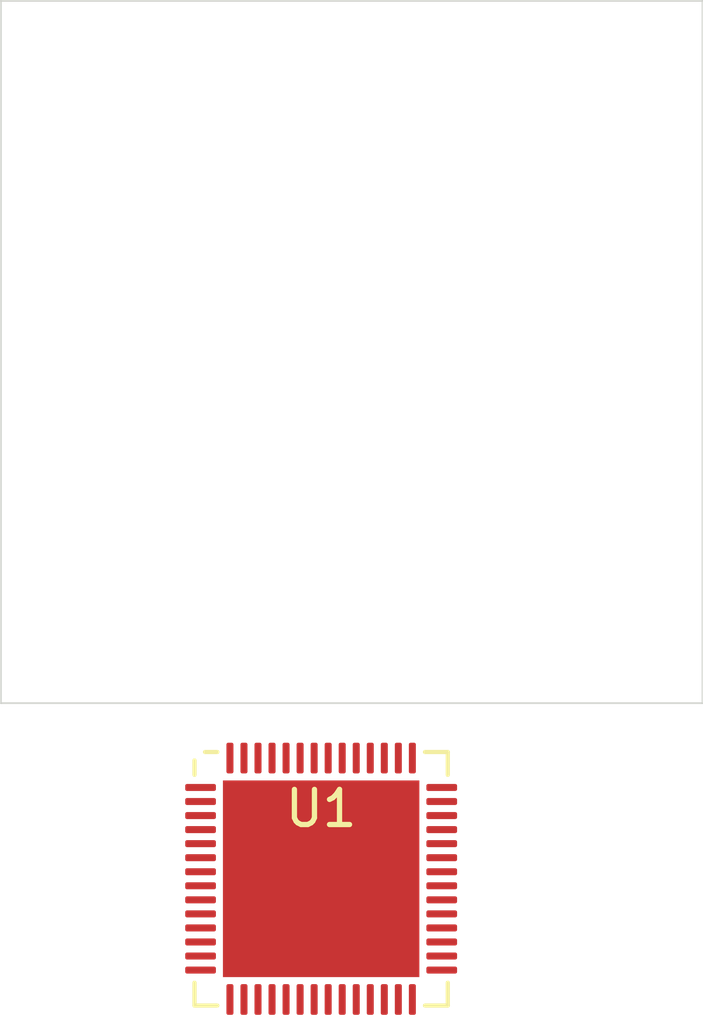
<source format=kicad_pcb>
(kicad_pcb (version 20241229) (generator "pcbnew") (generator_version "9.0")
  (layers (0 "F.Cu" signal) (2 "B.Cu" signal) (13 "F.Paste" user) (15 "B.Paste" user) (5 "F.SilkS" user "F.Silkscreen") (7 "B.SilkS" user "B.Silkscreen") (1 "F.Mask" user) (3 "B.Mask" user) (25 "Edge.Cuts" user))
  (net 0 "")
  (net 1 "VCC_3V3")
  (net 2 "SCL_IMU")
  (net 3 "SDA_IMU")
  (net 4 "USB_DM")
  (net 5 "USB_DP")
  (net 6 "GND")
  (net 7 "VCC_5V")
  (footprint "Package_DFN_QFN:QFN-56-1EP_7x7mm_P0.4mm_EP5.6x5.6mm" (layer "F.Cu") (at 9.130000000000003 25.0)
    (property "Reference" "U1" (at 0 -2 0) (layer "F.SilkS") (effects (font (size 1.0 1.0))))
    (property "Value" "")
    (fp_line (start -3.61 -2.96) (end -3.61 -3.37) (stroke (width 0.12)) (layer "F.SilkS"))
    (fp_line (start -3.61 3.61) (end -3.61 2.96) (stroke (width 0.12)) (layer "F.SilkS"))
    (fp_line (start -2.96 -3.61) (end -3.31 -3.61) (stroke (width 0.12)) (layer "F.SilkS"))
    (fp_line (start -2.96 3.61) (end -3.61 3.61) (stroke (width 0.12)) (layer "F.SilkS"))
    (fp_line (start 2.96 -3.61) (end 3.61 -3.61) (stroke (width 0.12)) (layer "F.SilkS"))
    (fp_line (start 2.96 3.61) (end 3.61 3.61) (stroke (width 0.12)) (layer "F.SilkS"))
    (fp_line (start 3.61 -3.61) (end 3.61 -2.96) (stroke (width 0.12)) (layer "F.SilkS"))
    (fp_line (start 3.61 3.61) (end 3.61 2.96) (stroke (width 0.12)) (layer "F.SilkS"))
    (pad "1" smd roundrect (at -3.4375 -2.6) (size 0.875 0.2) (layers "F.Cu" "F.Paste" "F.Mask"))
    (pad "2" smd roundrect (at -3.4375 -2.2) (size 0.875 0.2) (layers "F.Cu" "F.Paste" "F.Mask") (net 1 "VCC_3V3"))
    (pad "3" smd roundrect (at -3.4375 -1.8) (size 0.875 0.2) (layers "F.Cu" "F.Paste" "F.Mask") (net 1 "VCC_3V3"))
    (pad "4" smd roundrect (at -3.4375 -1.4) (size 0.875 0.2) (layers "F.Cu" "F.Paste" "F.Mask"))
    (pad "5" smd roundrect (at -3.4375 -1.0) (size 0.875 0.2) (layers "F.Cu" "F.Paste" "F.Mask"))
    (pad "6" smd roundrect (at -3.4375 -0.6) (size 0.875 0.2) (layers "F.Cu" "F.Paste" "F.Mask"))
    (pad "7" smd roundrect (at -3.4375 -0.2) (size 0.875 0.2) (layers "F.Cu" "F.Paste" "F.Mask"))
    (pad "8" smd roundrect (at -3.4375 0.2) (size 0.875 0.2) (layers "F.Cu" "F.Paste" "F.Mask"))
    (pad "9" smd roundrect (at -3.4375 0.6) (size 0.875 0.2) (layers "F.Cu" "F.Paste" "F.Mask"))
    (pad "10" smd roundrect (at -3.4375 1.0) (size 0.875 0.2) (layers "F.Cu" "F.Paste" "F.Mask"))
    (pad "11" smd roundrect (at -3.4375 1.4) (size 0.875 0.2) (layers "F.Cu" "F.Paste" "F.Mask"))
    (pad "12" smd roundrect (at -3.4375 1.8) (size 0.875 0.2) (layers "F.Cu" "F.Paste" "F.Mask"))
    (pad "13" smd roundrect (at -3.4375 2.2) (size 0.875 0.2) (layers "F.Cu" "F.Paste" "F.Mask") (net 2 "SCL_IMU"))
    (pad "14" smd roundrect (at -3.4375 2.6) (size 0.875 0.2) (layers "F.Cu" "F.Paste" "F.Mask") (net 3 "SDA_IMU"))
    (pad "15" smd roundrect (at -2.6 3.4375) (size 0.2 0.875) (layers "F.Cu" "F.Paste" "F.Mask"))
    (pad "16" smd roundrect (at -2.2 3.4375) (size 0.2 0.875) (layers "F.Cu" "F.Paste" "F.Mask"))
    (pad "17" smd roundrect (at -1.8 3.4375) (size 0.2 0.875) (layers "F.Cu" "F.Paste" "F.Mask"))
    (pad "18" smd roundrect (at -1.4 3.4375) (size 0.2 0.875) (layers "F.Cu" "F.Paste" "F.Mask"))
    (pad "19" smd roundrect (at -1.0 3.4375) (size 0.2 0.875) (layers "F.Cu" "F.Paste" "F.Mask"))
    (pad "20" smd roundrect (at -0.6 3.4375) (size 0.2 0.875) (layers "F.Cu" "F.Paste" "F.Mask") (net 1 "VCC_3V3"))
    (pad "21" smd roundrect (at -0.2 3.4375) (size 0.2 0.875) (layers "F.Cu" "F.Paste" "F.Mask"))
    (pad "22" smd roundrect (at 0.2 3.4375) (size 0.2 0.875) (layers "F.Cu" "F.Paste" "F.Mask"))
    (pad "23" smd roundrect (at 0.6 3.4375) (size 0.2 0.875) (layers "F.Cu" "F.Paste" "F.Mask"))
    (pad "24" smd roundrect (at 1.0 3.4375) (size 0.2 0.875) (layers "F.Cu" "F.Paste" "F.Mask"))
    (pad "25" smd roundrect (at 1.4 3.4375) (size 0.2 0.875) (layers "F.Cu" "F.Paste" "F.Mask") (net 4 "USB_DM"))
    (pad "26" smd roundrect (at 1.8 3.4375) (size 0.2 0.875) (layers "F.Cu" "F.Paste" "F.Mask") (net 5 "USB_DP"))
    (pad "27" smd roundrect (at 2.2 3.4375) (size 0.2 0.875) (layers "F.Cu" "F.Paste" "F.Mask"))
    (pad "28" smd roundrect (at 2.6 3.4375) (size 0.2 0.875) (layers "F.Cu" "F.Paste" "F.Mask"))
    (pad "29" smd roundrect (at 3.4375 2.6) (size 0.875 0.2) (layers "F.Cu" "F.Paste" "F.Mask") (net 1 "VCC_3V3"))
    (pad "30" smd roundrect (at 3.4375 2.2) (size 0.875 0.2) (layers "F.Cu" "F.Paste" "F.Mask"))
    (pad "31" smd roundrect (at 3.4375 1.8) (size 0.875 0.2) (layers "F.Cu" "F.Paste" "F.Mask"))
    (pad "32" smd roundrect (at 3.4375 1.4) (size 0.875 0.2) (layers "F.Cu" "F.Paste" "F.Mask"))
    (pad "33" smd roundrect (at 3.4375 1.0) (size 0.875 0.2) (layers "F.Cu" "F.Paste" "F.Mask"))
    (pad "34" smd roundrect (at 3.4375 0.6) (size 0.875 0.2) (layers "F.Cu" "F.Paste" "F.Mask"))
    (pad "35" smd roundrect (at 3.4375 0.2) (size 0.875 0.2) (layers "F.Cu" "F.Paste" "F.Mask"))
    (pad "36" smd roundrect (at 3.4375 -0.2) (size 0.875 0.2) (layers "F.Cu" "F.Paste" "F.Mask"))
    (pad "37" smd roundrect (at 3.4375 -0.6) (size 0.875 0.2) (layers "F.Cu" "F.Paste" "F.Mask"))
    (pad "38" smd roundrect (at 3.4375 -1.0) (size 0.875 0.2) (layers "F.Cu" "F.Paste" "F.Mask"))
    (pad "39" smd roundrect (at 3.4375 -1.4) (size 0.875 0.2) (layers "F.Cu" "F.Paste" "F.Mask"))
    (pad "40" smd roundrect (at 3.4375 -1.8) (size 0.875 0.2) (layers "F.Cu" "F.Paste" "F.Mask"))
    (pad "41" smd roundrect (at 3.4375 -2.2) (size 0.875 0.2) (layers "F.Cu" "F.Paste" "F.Mask"))
    (pad "42" smd roundrect (at 3.4375 -2.6) (size 0.875 0.2) (layers "F.Cu" "F.Paste" "F.Mask"))
    (pad "43" smd roundrect (at 2.6 -3.4375) (size 0.2 0.875) (layers "F.Cu" "F.Paste" "F.Mask"))
    (pad "44" smd roundrect (at 2.2 -3.4375) (size 0.2 0.875) (layers "F.Cu" "F.Paste" "F.Mask"))
    (pad "45" smd roundrect (at 1.8 -3.4375) (size 0.2 0.875) (layers "F.Cu" "F.Paste" "F.Mask"))
    (pad "46" smd roundrect (at 1.4 -3.4375) (size 0.2 0.875) (layers "F.Cu" "F.Paste" "F.Mask") (net 1 "VCC_3V3"))
    (pad "47" smd roundrect (at 1.0 -3.4375) (size 0.2 0.875) (layers "F.Cu" "F.Paste" "F.Mask"))
    (pad "48" smd roundrect (at 0.6 -3.4375) (size 0.2 0.875) (layers "F.Cu" "F.Paste" "F.Mask"))
    (pad "49" smd roundrect (at 0.2 -3.4375) (size 0.2 0.875) (layers "F.Cu" "F.Paste" "F.Mask"))
    (pad "50" smd roundrect (at -0.2 -3.4375) (size 0.2 0.875) (layers "F.Cu" "F.Paste" "F.Mask"))
    (pad "51" smd roundrect (at -0.6 -3.4375) (size 0.2 0.875) (layers "F.Cu" "F.Paste" "F.Mask"))
    (pad "52" smd roundrect (at -1.0 -3.4375) (size 0.2 0.875) (layers "F.Cu" "F.Paste" "F.Mask"))
    (pad "53" smd roundrect (at -1.4 -3.4375) (size 0.2 0.875) (layers "F.Cu" "F.Paste" "F.Mask"))
    (pad "54" smd roundrect (at -1.8 -3.4375) (size 0.2 0.875) (layers "F.Cu" "F.Paste" "F.Mask"))
    (pad "55" smd roundrect (at -2.2 -3.4375) (size 0.2 0.875) (layers "F.Cu" "F.Paste" "F.Mask") (net 1 "VCC_3V3"))
    (pad "56" smd roundrect (at -2.6 -3.4375) (size 0.2 0.875) (layers "F.Cu" "F.Paste" "F.Mask") (net 1 "VCC_3V3"))
    (pad "57" smd rect (size 5.6 5.6) (layers "F.Cu" "F.Mask") (net 6 "GND") (property pad_prop_heatsink))
  )
  (gr_rect (start 0 0) (end 20.0 20.0) (stroke (width 0.05)) (fill no) (layer "Edge.Cuts"))
)
</source>
